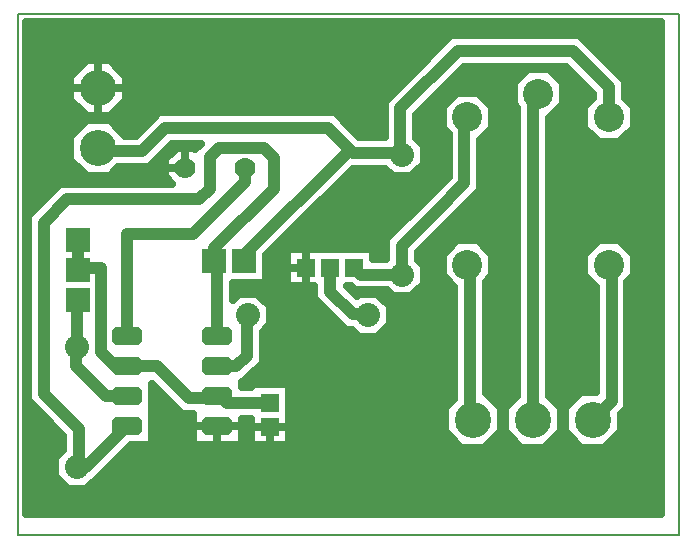
<source format=gbr>
G04 PROTEUS RS274X GERBER FILE*
%FSLAX45Y45*%
%MOMM*%
G01*
%ADD18C,0.254000*%
%ADD19C,1.016000*%
%ADD70C,0.635000*%
%ADD10C,3.048000*%
%ADD11C,1.778000*%
%ADD12R,2.032000X2.032000*%
%AMDIL003*
4,1,8,
-1.270000,0.457000,-0.965000,0.762000,0.965000,0.762000,1.270000,0.457000,1.270000,-0.457000,
0.965000,-0.762000,-0.965000,-0.762000,-1.270000,-0.457000,-1.270000,0.457000,
0*%
%ADD13DIL003*%
%ADD14C,2.032000*%
%ADD15R,1.524000X1.524000*%
%ADD16C,2.540000*%
%ADD17C,0.203200*%
G36*
X+609600Y-1529080D02*
X-4765040Y-1529080D01*
X-4765040Y+2639060D01*
X+609600Y+2639060D01*
X+609600Y-1529080D01*
G37*
%LPC*%
G36*
X-4255299Y+2315209D02*
X-4060661Y+2315209D01*
X-3923031Y+2177579D01*
X-3923031Y+1982941D01*
X-4060661Y+1845311D01*
X-4255299Y+1845311D01*
X-4392929Y+1982941D01*
X-4392929Y+2177579D01*
X-4255299Y+2315209D01*
G37*
G36*
X-45409Y+2489511D02*
X+301549Y+2142553D01*
X+301549Y+1994998D01*
X+377749Y+1918798D01*
X+377749Y+1745202D01*
X+254998Y+1622451D01*
X+81402Y+1622451D01*
X-41349Y+1745202D01*
X-41349Y+1918798D01*
X+34851Y+1994998D01*
X+34851Y+2032087D01*
X-194933Y+2261871D01*
X-1059652Y+2261871D01*
X-1466268Y+1855255D01*
X-1466268Y+1658114D01*
X-1400811Y+1592657D01*
X-1400811Y+1440103D01*
X-1508683Y+1332231D01*
X-1661237Y+1332231D01*
X-1726694Y+1397688D01*
X-2002750Y+1397688D01*
X-2736851Y+663587D01*
X-2736851Y+427991D01*
X-3016251Y+427991D01*
X-3016251Y+289635D01*
X-2966797Y+339089D01*
X-2814243Y+339089D01*
X-2706371Y+231217D01*
X-2706371Y+78663D01*
X-2766682Y+18352D01*
X-2766682Y-245019D01*
X-2931872Y-410209D01*
X-2940051Y-410209D01*
X-2940051Y-454051D01*
X-2863849Y-454051D01*
X-2863849Y-428651D01*
X-2546351Y-428651D01*
X-2546351Y-946149D01*
X-2863849Y-946149D01*
X-2863849Y-720749D01*
X-2940051Y-720749D01*
X-2940051Y-943609D01*
X-3359149Y-943609D01*
X-3359149Y-679449D01*
X-3446133Y-679449D01*
X-3702051Y-423531D01*
X-3702051Y-943609D01*
X-3881767Y-943609D01*
X-4123691Y-1185533D01*
X-4123691Y-1185535D01*
X-4201805Y-1263649D01*
X-4211243Y-1263649D01*
X-4262043Y-1314449D01*
X-4414597Y-1314449D01*
X-4522469Y-1206577D01*
X-4522469Y-1054023D01*
X-4452917Y-984471D01*
X-4452917Y-862151D01*
X-4753609Y-561459D01*
X-4753609Y+995033D01*
X-4477713Y+1270929D01*
X-3530695Y+1270929D01*
X-3593369Y+1333603D01*
X-3593369Y+1475637D01*
X-3492937Y+1576069D01*
X-3350903Y+1576069D01*
X-3336648Y+1561814D01*
X-3290656Y+1607806D01*
X-3533809Y+1607806D01*
X-3731404Y+1410211D01*
X-3987761Y+1410211D01*
X-4060661Y+1337311D01*
X-4255299Y+1337311D01*
X-4392929Y+1474941D01*
X-4392929Y+1669579D01*
X-4255299Y+1807209D01*
X-4060661Y+1807209D01*
X-3930361Y+1676909D01*
X-3841870Y+1676909D01*
X-3722391Y+1796388D01*
X-3722391Y+1796390D01*
X-3644277Y+1874504D01*
X-2156988Y+1874504D01*
X-1946870Y+1664386D01*
X-1732966Y+1664386D01*
X-1732966Y+1965721D01*
X-1170118Y+2528569D01*
X-84467Y+2528569D01*
X-45409Y+2489511D01*
G37*
G36*
X-822251Y+1918798D02*
X-822251Y+1745202D01*
X-923291Y+1644162D01*
X-923291Y+1218738D01*
X-1451611Y+690418D01*
X-1451611Y+627457D01*
X-1400811Y+576657D01*
X-1400811Y+424103D01*
X-1508683Y+316231D01*
X-1661237Y+316231D01*
X-1712037Y+367031D01*
X-1988173Y+367031D01*
X-2021193Y+400051D01*
X-2052064Y+400051D01*
X-1970950Y+318936D01*
X-1950797Y+339089D01*
X-1798243Y+339089D01*
X-1690371Y+231217D01*
X-1690371Y+78663D01*
X-1798243Y-29209D01*
X-1950797Y-29209D01*
X-2010081Y+30075D01*
X-2059252Y+30075D01*
X-2327909Y+298732D01*
X-2327909Y+400051D01*
X-2556509Y+400051D01*
X-2556509Y+717549D01*
X-1832611Y+717549D01*
X-1832611Y+633729D01*
X-1718309Y+633729D01*
X-1718309Y+800884D01*
X-1189989Y+1329204D01*
X-1189989Y+1693842D01*
X-1241349Y+1745202D01*
X-1241349Y+1918798D01*
X-1118598Y+2041549D01*
X-945002Y+2041549D01*
X-822251Y+1918798D01*
G37*
G36*
X-222251Y+2118798D02*
X-222251Y+1945202D01*
X-344171Y+1823282D01*
X-344171Y-530061D01*
X-242571Y-631661D01*
X-242571Y-826299D01*
X-380201Y-963929D01*
X-574839Y-963929D01*
X-712469Y-826299D01*
X-712469Y-631661D01*
X-610869Y-530061D01*
X-610869Y+1914722D01*
X-641349Y+1945202D01*
X-641349Y+2118798D01*
X-518598Y+2241549D01*
X-345002Y+2241549D01*
X-222251Y+2118798D01*
G37*
G36*
X-822251Y+668798D02*
X-822251Y+495202D01*
X-878131Y+439322D01*
X-878131Y-504101D01*
X-750571Y-631661D01*
X-750571Y-826299D01*
X-888201Y-963929D01*
X-1082839Y-963929D01*
X-1220469Y-826299D01*
X-1220469Y-631661D01*
X-1144829Y-556021D01*
X-1144829Y+398682D01*
X-1241349Y+495202D01*
X-1241349Y+668798D01*
X-1118598Y+791549D01*
X-945002Y+791549D01*
X-822251Y+668798D01*
G37*
G36*
X+377749Y+668798D02*
X+377749Y+495202D01*
X+321869Y+439322D01*
X+321869Y-626173D01*
X+265429Y-682613D01*
X+265429Y-826299D01*
X+127799Y-963929D01*
X-66839Y-963929D01*
X-204469Y-826299D01*
X-204469Y-631661D01*
X-66839Y-494031D01*
X+55171Y-494031D01*
X+55171Y+398682D01*
X-41349Y+495202D01*
X-41349Y+668798D01*
X+81402Y+791549D01*
X+254998Y+791549D01*
X+377749Y+668798D01*
G37*
%LPD*%
D18*
X-4328160Y+554669D02*
X-4328160Y+543560D01*
D19*
X-4328160Y+554669D02*
X-4328160Y+797560D01*
X-3911600Y-530860D02*
X-4090060Y-530860D01*
X-4349574Y-271346D01*
X-4349574Y-94165D01*
X-4338320Y-82911D01*
D18*
X-4338320Y-114300D01*
D19*
X-4338320Y-82911D02*
X-4338320Y+298193D01*
X-4339249Y+299122D01*
X-4328160Y+289560D01*
X+168200Y+1832000D02*
X+168200Y+2087320D01*
X-139700Y+2395220D01*
X-1114885Y+2395220D01*
X-1599617Y+1910488D01*
X-1599617Y+1531037D01*
X-1584960Y+1516380D01*
X-1584960Y+500380D02*
X-1584960Y+745651D01*
X-1307663Y+1022948D01*
X-1056640Y+1273971D01*
X-1056640Y+1705000D01*
X-1031800Y+1832000D01*
X-1584960Y+500380D02*
X-1932940Y+500380D01*
X-1991360Y+558800D01*
X-2705100Y-587400D02*
X-3071191Y-587400D01*
X-3123385Y-535206D01*
X-3149600Y-530860D01*
X-3911600Y-276860D02*
X-3714927Y-276860D01*
X-3660140Y-276860D01*
X-3390900Y-546100D01*
X-3209596Y-546100D01*
X-3183119Y-519623D01*
X-3149600Y-530860D01*
X-3149600Y-276860D02*
X-2987105Y-276860D01*
X-2900031Y-189786D01*
X-2900031Y+132259D01*
X-2897434Y+134856D01*
X-2890520Y+154940D01*
D18*
X-3149600Y+373380D02*
X-3149600Y-31604D01*
X-3154551Y-36555D01*
X-3149600Y-22860D01*
D19*
X-4257040Y-1130300D02*
X-3911600Y-784860D01*
X-3149600Y-22860D02*
X-3149600Y+373380D01*
D18*
X-2705100Y-787400D02*
X-3139440Y-787400D01*
X-3169920Y-817880D01*
X-3149600Y-784860D01*
D19*
X-2194560Y+558800D02*
X-2194560Y+353965D01*
X-2004019Y+163424D01*
X-1887148Y+163424D01*
X-1881954Y+168618D01*
X-1874520Y+154940D01*
X-2002103Y+1531037D02*
X-1686560Y+1531037D01*
X-1584960Y+1516380D01*
X-3149600Y+373380D02*
X-3149600Y+568822D01*
X-3188313Y+607535D01*
X-3175000Y+612140D01*
D18*
X-4319568Y-1130300D02*
X-4319568Y-1159358D01*
X-4307415Y-1171511D01*
X-4338320Y-1130300D01*
X-4319568Y-1130300D01*
D19*
X-4257040Y-1130300D01*
X-3911600Y-276860D02*
X-4018280Y-276860D01*
X-4138380Y-156760D01*
X-4138400Y+553257D01*
X-4134406Y+557251D01*
X-4325578Y+557251D01*
X-4328160Y+554669D01*
X-2921000Y+612140D02*
X-2948940Y+640080D01*
X-2030043Y+1558977D01*
X-2002103Y+1531037D01*
X-2960122Y+1741155D02*
X-2212221Y+1741155D01*
X-2030043Y+1558977D01*
X-1031800Y+582000D02*
X-1011480Y+582000D01*
X-1011480Y-743718D01*
X-972032Y-783166D01*
X-985520Y-728980D01*
X+30480Y-728980D02*
X+188520Y-570940D01*
X+188520Y+582000D01*
X+168200Y+582000D01*
X-477520Y-728980D02*
X-477520Y+1996440D01*
X-411480Y+2062480D01*
X-411480Y+2032000D01*
X-431800Y+2032000D01*
X-2913920Y+1404620D02*
X-2913920Y+1287240D01*
X-3354967Y+846193D01*
X-3911600Y+846193D01*
X-3911600Y-22860D01*
X-3175000Y+612140D02*
X-3175000Y+726441D01*
X-2672823Y+1228618D01*
X-2672823Y+1490980D01*
X-2756934Y+1575091D01*
X-3134789Y+1575091D01*
X-3213820Y+1496060D01*
X-3213820Y+1226101D01*
X-3302341Y+1137580D01*
X-4422480Y+1137580D01*
X-4620260Y+939800D01*
X-4620260Y-506226D01*
X-4319568Y-806918D01*
X-4319568Y-1130300D01*
X-4157980Y+1572260D02*
X-4129280Y+1543560D01*
X-3786637Y+1543560D01*
X-3589042Y+1741155D01*
X-3525520Y+1741155D01*
X-2960122Y+1741155D02*
X-3525520Y+1741155D01*
D70*
X+609600Y-1529080D02*
X-4765040Y-1529080D01*
X-4765040Y+2639060D01*
X+609600Y+2639060D01*
X+609600Y-1529080D01*
X-4255299Y+2315209D02*
X-4060661Y+2315209D01*
X-3923031Y+2177579D01*
X-3923031Y+1982941D01*
X-4060661Y+1845311D01*
X-4255299Y+1845311D01*
X-4392929Y+1982941D01*
X-4392929Y+2177579D01*
X-4255299Y+2315209D01*
X-45409Y+2489511D02*
X+301549Y+2142553D01*
X+301549Y+1994998D01*
X+377749Y+1918798D01*
X+377749Y+1745202D01*
X+254998Y+1622451D01*
X+81402Y+1622451D01*
X-41349Y+1745202D01*
X-41349Y+1918798D01*
X+34851Y+1994998D01*
X+34851Y+2032087D01*
X-194933Y+2261871D01*
X-1059652Y+2261871D01*
X-1466268Y+1855255D01*
X-1466268Y+1658114D01*
X-1400811Y+1592657D01*
X-1400811Y+1440103D01*
X-1508683Y+1332231D01*
X-1661237Y+1332231D01*
X-1726694Y+1397688D01*
X-2002750Y+1397688D01*
X-2736851Y+663587D01*
X-2736851Y+427991D01*
X-3016251Y+427991D01*
X-3016251Y+289635D01*
X-2966797Y+339089D01*
X-2814243Y+339089D01*
X-2706371Y+231217D01*
X-2706371Y+78663D01*
X-2766682Y+18352D01*
X-2766682Y-245019D01*
X-2931872Y-410209D01*
X-2940051Y-410209D01*
X-2940051Y-454051D01*
X-2863849Y-454051D01*
X-2863849Y-428651D01*
X-2546351Y-428651D01*
X-2546351Y-946149D01*
X-2863849Y-946149D01*
X-2863849Y-720749D01*
X-2940051Y-720749D01*
X-2940051Y-943609D01*
X-3359149Y-943609D01*
X-3359149Y-679449D01*
X-3446133Y-679449D01*
X-3702051Y-423531D01*
X-3702051Y-943609D01*
X-3881767Y-943609D01*
X-4123691Y-1185533D01*
X-4123691Y-1185535D01*
X-4201805Y-1263649D01*
X-4211243Y-1263649D01*
X-4262043Y-1314449D01*
X-4414597Y-1314449D01*
X-4522469Y-1206577D01*
X-4522469Y-1054023D01*
X-4452917Y-984471D01*
X-4452917Y-862151D01*
X-4753609Y-561459D01*
X-4753609Y+995033D01*
X-4477713Y+1270929D01*
X-3530695Y+1270929D01*
X-3593369Y+1333603D01*
X-3593369Y+1475637D01*
X-3492937Y+1576069D01*
X-3350903Y+1576069D01*
X-3336648Y+1561814D01*
X-3290656Y+1607806D01*
X-3533809Y+1607806D01*
X-3731404Y+1410211D01*
X-3987761Y+1410211D01*
X-4060661Y+1337311D01*
X-4255299Y+1337311D01*
X-4392929Y+1474941D01*
X-4392929Y+1669579D01*
X-4255299Y+1807209D01*
X-4060661Y+1807209D01*
X-3930361Y+1676909D01*
X-3841870Y+1676909D01*
X-3722391Y+1796388D01*
X-3722391Y+1796390D01*
X-3644277Y+1874504D01*
X-2156988Y+1874504D01*
X-1946870Y+1664386D01*
X-1732966Y+1664386D01*
X-1732966Y+1965721D01*
X-1170118Y+2528569D01*
X-84467Y+2528569D01*
X-45409Y+2489511D01*
X-822251Y+1918798D02*
X-822251Y+1745202D01*
X-923291Y+1644162D01*
X-923291Y+1218738D01*
X-1451611Y+690418D01*
X-1451611Y+627457D01*
X-1400811Y+576657D01*
X-1400811Y+424103D01*
X-1508683Y+316231D01*
X-1661237Y+316231D01*
X-1712037Y+367031D01*
X-1988173Y+367031D01*
X-2021193Y+400051D01*
X-2052064Y+400051D01*
X-1970950Y+318936D01*
X-1950797Y+339089D01*
X-1798243Y+339089D01*
X-1690371Y+231217D01*
X-1690371Y+78663D01*
X-1798243Y-29209D01*
X-1950797Y-29209D01*
X-2010081Y+30075D01*
X-2059252Y+30075D01*
X-2327909Y+298732D01*
X-2327909Y+400051D01*
X-2556509Y+400051D01*
X-2556509Y+717549D01*
X-1832611Y+717549D01*
X-1832611Y+633729D01*
X-1718309Y+633729D01*
X-1718309Y+800884D01*
X-1189989Y+1329204D01*
X-1189989Y+1693842D01*
X-1241349Y+1745202D01*
X-1241349Y+1918798D01*
X-1118598Y+2041549D01*
X-945002Y+2041549D01*
X-822251Y+1918798D01*
X-222251Y+2118798D02*
X-222251Y+1945202D01*
X-344171Y+1823282D01*
X-344171Y-530061D01*
X-242571Y-631661D01*
X-242571Y-826299D01*
X-380201Y-963929D01*
X-574839Y-963929D01*
X-712469Y-826299D01*
X-712469Y-631661D01*
X-610869Y-530061D01*
X-610869Y+1914722D01*
X-641349Y+1945202D01*
X-641349Y+2118798D01*
X-518598Y+2241549D01*
X-345002Y+2241549D01*
X-222251Y+2118798D01*
X-822251Y+668798D02*
X-822251Y+495202D01*
X-878131Y+439322D01*
X-878131Y-504101D01*
X-750571Y-631661D01*
X-750571Y-826299D01*
X-888201Y-963929D01*
X-1082839Y-963929D01*
X-1220469Y-826299D01*
X-1220469Y-631661D01*
X-1144829Y-556021D01*
X-1144829Y+398682D01*
X-1241349Y+495202D01*
X-1241349Y+668798D01*
X-1118598Y+791549D01*
X-945002Y+791549D01*
X-822251Y+668798D01*
X+377749Y+668798D02*
X+377749Y+495202D01*
X+321869Y+439322D01*
X+321869Y-626173D01*
X+265429Y-682613D01*
X+265429Y-826299D01*
X+127799Y-963929D01*
X-66839Y-963929D01*
X-204469Y-826299D01*
X-204469Y-631661D01*
X-66839Y-494031D01*
X+55171Y-494031D01*
X+55171Y+398682D01*
X-41349Y+495202D01*
X-41349Y+668798D01*
X+81402Y+791549D01*
X+254998Y+791549D01*
X+377749Y+668798D01*
X-4157980Y+2315209D02*
X-4157980Y+2080260D01*
X-4157980Y+1845311D02*
X-4157980Y+2080260D01*
X-4392929Y+2080260D02*
X-4157980Y+2080260D01*
X-3923031Y+2080260D02*
X-4157980Y+2080260D01*
X-3593369Y+1404620D02*
X-3421920Y+1404620D01*
X-3421920Y+1576069D02*
X-3421920Y+1404620D01*
X-3149600Y-943609D02*
X-3149600Y-784860D01*
X-3359149Y-784860D02*
X-3149600Y-784860D01*
X-2940051Y-784860D02*
X-3149600Y-784860D01*
X-2863849Y-787400D02*
X-2705100Y-787400D01*
X-2546351Y-787400D02*
X-2705100Y-787400D01*
X-2705100Y-946149D02*
X-2705100Y-787400D01*
X-2556509Y+558800D02*
X-2397760Y+558800D01*
X-2397760Y+400051D02*
X-2397760Y+558800D01*
X-2397760Y+717549D02*
X-2397760Y+558800D01*
D10*
X-4157980Y+2080260D03*
X-4157980Y+1572260D03*
D11*
X-2913920Y+1404620D03*
X-3421920Y+1404620D03*
D12*
X-2921000Y+612140D03*
X-3175000Y+612140D03*
D13*
X-3149600Y-784860D03*
X-3149600Y-530860D03*
X-3149600Y-276860D03*
X-3149600Y-22860D03*
X-3911600Y-22860D03*
X-3911600Y-276860D03*
X-3911600Y-530860D03*
X-3911600Y-784860D03*
D12*
X-4328160Y+797560D03*
X-4328160Y+543560D03*
X-4328160Y+289560D03*
D14*
X-4338320Y-1130300D03*
X-4338320Y-114300D03*
D15*
X-2705100Y-587400D03*
X-2705100Y-787400D03*
D14*
X-1874520Y+154940D03*
X-2890520Y+154940D03*
D15*
X-2397760Y+558800D03*
X-2194560Y+558800D03*
X-1991360Y+558800D03*
D14*
X-1584960Y+500380D03*
X-1584960Y+1516380D03*
D16*
X+168200Y+1832000D03*
X-1031800Y+1832000D03*
X-431800Y+2032000D03*
X-1031800Y+582000D03*
X+168200Y+582000D03*
D10*
X+30480Y-728980D03*
X-477520Y-728980D03*
X-985520Y-728980D03*
D17*
X-4838700Y-1701800D02*
X+759460Y-1701800D01*
X+759460Y+2705100D01*
X-4838700Y+2705100D01*
X-4838700Y-1701800D01*
M02*

</source>
